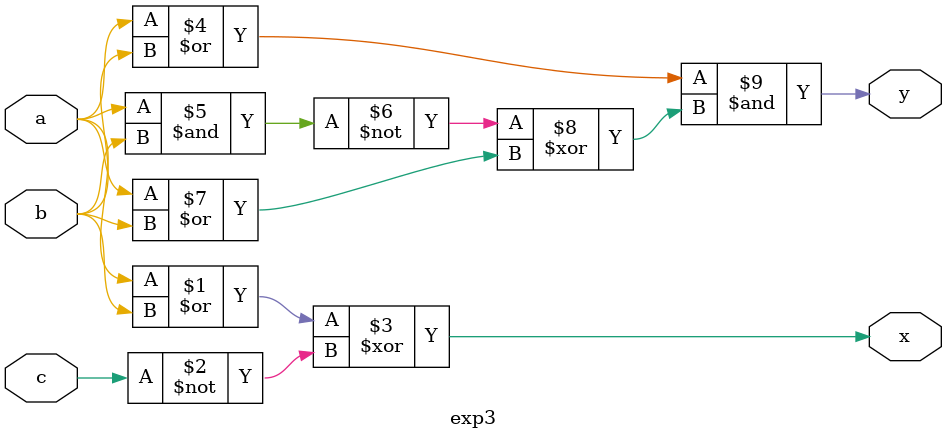
<source format=sv>

module exp3(
  input a,b,c,
  output x,y

    );
  assign x = (a|b) ^ (~c); 
  assign y = (a|b) & ((~(a&b)) ^ (a|b));
endmodule

</source>
